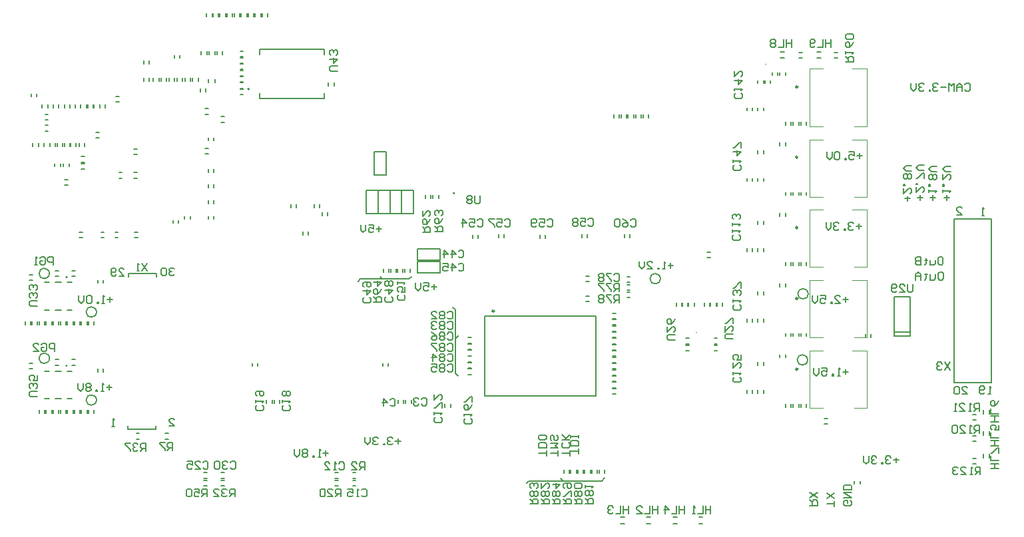
<source format=gbo>
G04*
G04 #@! TF.GenerationSoftware,Altium Limited,Altium Designer,20.2.6 (244)*
G04*
G04 Layer_Color=32896*
%FSLAX23Y23*%
%MOIN*%
G70*
G04*
G04 #@! TF.SameCoordinates,520E5D0B-E6D2-46CB-9709-C91B8BCBD3B5*
G04*
G04*
G04 #@! TF.FilePolarity,Positive*
G04*
G01*
G75*
%ADD10C,0.008*%
%ADD11C,0.010*%
%ADD13C,0.003*%
%ADD14C,0.006*%
%ADD15C,0.006*%
%ADD124C,0.004*%
D10*
X288Y1300D02*
G03*
X288Y1300I-3J0D01*
G01*
X288Y856D02*
G03*
X288Y856I-3J0D01*
G01*
X2226Y1720D02*
G03*
X2226Y1719I-2J2D01*
G01*
X3258Y1293D02*
G03*
X3258Y1293I-26J0D01*
G01*
X3995Y886D02*
G03*
X3995Y886I-26J0D01*
G01*
X3998Y1217D02*
G03*
X3998Y1217I-26J0D01*
G01*
X199Y1319D02*
G03*
X199Y1319I-26J0D01*
G01*
Y894D02*
G03*
X199Y894I-26J0D01*
G01*
X435Y685D02*
G03*
X435Y685I-26J0D01*
G01*
Y1126D02*
G03*
X435Y1126I-26J0D01*
G01*
X1825Y1928D02*
X1884D01*
X1825Y1813D02*
Y1928D01*
Y1813D02*
X1884D01*
Y1928D01*
X4041Y2429D02*
X4061Y2429D01*
X4041Y2398D02*
X4061Y2398D01*
X4874Y416D02*
X4874Y396D01*
X4905Y416D02*
X4905Y396D01*
X4874Y530D02*
X4874Y510D01*
X4905Y530D02*
X4905Y510D01*
X4874Y636D02*
X4874Y617D01*
X4905Y636D02*
X4905Y617D01*
X289Y1136D02*
X313D01*
X175D02*
X199D01*
X289Y1274D02*
X313D01*
X175D02*
X199D01*
X230Y1136D02*
X258D01*
X230Y1274D02*
X258D01*
X230Y829D02*
X258D01*
X230Y691D02*
X258D01*
X175Y829D02*
X199D01*
X289D02*
X313D01*
X175Y691D02*
X199D01*
X289D02*
X313D01*
X2156Y1321D02*
Y1380D01*
X2041D02*
X2156D01*
X2041Y1321D02*
Y1380D01*
Y1321D02*
X2156D01*
X2041Y1384D02*
X2156D01*
X2041D02*
Y1443D01*
X2156D01*
Y1384D02*
Y1443D01*
X3451Y98D02*
X3470Y98D01*
X3451Y67D02*
X3470Y67D01*
X3321Y67D02*
X3341Y67D01*
X3321Y98D02*
X3341Y98D01*
X3187Y67D02*
X3207Y67D01*
X3187Y98D02*
X3207Y98D01*
X3057Y98D02*
X3077Y98D01*
X3057Y67D02*
X3077Y67D01*
X4429Y1201D02*
X4508D01*
X4429Y1004D02*
X4508D01*
Y1201D01*
X4429Y1004D02*
Y1201D01*
Y1026D02*
X4508D01*
X1028Y2293D02*
X1028Y2274D01*
X996Y2293D02*
X996Y2274D01*
X4916Y772D02*
Y1591D01*
X4728D02*
X4916D01*
X4728Y772D02*
X4916D01*
X4728D02*
Y1591D01*
X1785Y1735D02*
X1844D01*
X1785Y1620D02*
Y1735D01*
Y1620D02*
X1844D01*
Y1735D01*
X1904Y1620D02*
Y1735D01*
X1844Y1620D02*
X1904D01*
X1844D02*
Y1735D01*
X1904D01*
X1904Y1735D02*
X1963D01*
X1904Y1620D02*
Y1735D01*
Y1620D02*
X1963D01*
Y1735D01*
X1963Y1735D02*
X2022D01*
X1963Y1620D02*
Y1735D01*
Y1620D02*
X2022D01*
Y1735D01*
X594Y1302D02*
Y1318D01*
X736D01*
Y1302D02*
Y1318D01*
X591Y539D02*
Y554D01*
X732Y539D02*
Y554D01*
X591Y539D02*
X732D01*
X3860Y2398D02*
X3880Y2398D01*
X3860Y2429D02*
X3880Y2429D01*
X2380Y1104D02*
X2935D01*
Y707D02*
Y1104D01*
X2380Y707D02*
X2935D01*
X2380D02*
Y1104D01*
D11*
X3946Y1549D02*
G03*
X3946Y1549I-5J0D01*
G01*
X3946Y2254D02*
G03*
X3946Y2254I-5J0D01*
G01*
X3946Y840D02*
G03*
X3946Y840I-5J0D01*
G01*
X3946Y1902D02*
G03*
X3946Y1902I-5J0D01*
G01*
X3946Y1194D02*
G03*
X3946Y1194I-5J0D01*
G01*
X2426Y1131D02*
G03*
X2426Y1131I-5J0D01*
G01*
D13*
X3440Y1024D02*
G03*
X3437Y1024I-2J0D01*
G01*
X3437Y1024D02*
G03*
X3440Y1024I2J0D01*
G01*
X3579Y1024D02*
G03*
X3582Y1024I2J0D01*
G01*
X3582Y1024D02*
G03*
X3579Y1024I-2J0D01*
G01*
D14*
X3136Y2098D02*
Y2114D01*
X3163Y2098D02*
Y2114D01*
X1018Y2606D02*
Y2622D01*
X1045Y2606D02*
Y2622D01*
X2886Y1179D02*
X2902D01*
X2886Y1207D02*
X2902D01*
X4230Y264D02*
Y280D01*
X4258Y264D02*
Y280D01*
X3492Y1400D02*
X3508D01*
X3492Y1427D02*
X3508D01*
X1152Y2606D02*
Y2622D01*
X1124Y2606D02*
Y2622D01*
X1116Y2606D02*
Y2622D01*
X1089Y2606D02*
Y2622D01*
X1222Y2606D02*
Y2622D01*
X1195Y2606D02*
Y2622D01*
X3089Y2098D02*
Y2114D01*
X3061Y2098D02*
Y2114D01*
X1293Y2606D02*
Y2622D01*
X1266Y2606D02*
Y2622D01*
X2886Y1305D02*
X2902D01*
X2886Y1278D02*
X2902D01*
X3171Y2098D02*
Y2114D01*
X3199Y2098D02*
Y2114D01*
X3026Y2098D02*
Y2114D01*
X3053Y2098D02*
Y2114D01*
X4285Y1000D02*
Y1016D01*
X4313Y1000D02*
Y1016D01*
X3096Y2098D02*
Y2114D01*
X3124Y2098D02*
Y2114D01*
X1014Y2606D02*
Y2622D01*
X986Y2606D02*
Y2622D01*
X1053Y2606D02*
Y2622D01*
X1081Y2606D02*
Y2622D01*
X1230Y2606D02*
Y2622D01*
X1258Y2606D02*
Y2622D01*
X1159Y2606D02*
Y2622D01*
X1187Y2606D02*
Y2622D01*
X547Y1825D02*
X563D01*
X547Y1797D02*
X563D01*
X1022Y1827D02*
Y1843D01*
X994Y1827D02*
Y1843D01*
X1022Y1591D02*
Y1606D01*
X994Y1591D02*
Y1606D01*
Y1669D02*
Y1685D01*
X1022Y1669D02*
Y1685D01*
X994Y1984D02*
Y2000D01*
X1022Y1984D02*
Y2000D01*
Y1748D02*
Y1764D01*
X994Y1748D02*
Y1764D01*
X980Y2116D02*
X996D01*
X980Y2144D02*
X996D01*
X622Y1797D02*
X638D01*
X622Y1825D02*
X638D01*
X528Y1498D02*
X543D01*
X528Y1526D02*
X543D01*
X622Y1915D02*
X638D01*
X622Y1943D02*
X638D01*
X276Y1789D02*
X291D01*
X276Y1762D02*
X291D01*
X1526Y1650D02*
Y1665D01*
X1553Y1650D02*
Y1665D01*
X1435Y1650D02*
Y1665D01*
X1407Y1650D02*
Y1665D01*
X1565Y1610D02*
Y1626D01*
X1593Y1610D02*
Y1626D01*
X1494Y1512D02*
Y1528D01*
X1467Y1512D02*
Y1528D01*
X817Y1571D02*
Y1587D01*
X844Y1571D02*
Y1587D01*
X531Y2207D02*
X547D01*
X531Y2179D02*
X547D01*
X626Y1526D02*
X642D01*
X626Y1498D02*
X642D01*
X1059Y2077D02*
X1075D01*
X1059Y2104D02*
X1075D01*
X457Y1526D02*
X472D01*
X457Y1498D02*
X472D01*
X980Y1919D02*
X996D01*
X980Y1947D02*
X996D01*
X1896Y854D02*
Y870D01*
X1868Y854D02*
Y870D01*
X1215Y854D02*
Y870D01*
X1242Y854D02*
Y870D01*
X4079Y593D02*
X4094D01*
X4079Y565D02*
X4094D01*
X4130Y2400D02*
X4146D01*
X4130Y2427D02*
X4146D01*
X4822Y365D02*
X4838D01*
X4822Y392D02*
X4838D01*
X4822Y479D02*
X4838D01*
X4822Y506D02*
X4838D01*
X4823Y612D02*
X4839D01*
X4823Y585D02*
X4839D01*
X634Y518D02*
X650D01*
X634Y490D02*
X650D01*
X780Y518D02*
X795D01*
X780Y490D02*
X795D01*
X1745Y1279D02*
X1756Y1291D01*
X1854Y1303D02*
X1866Y1291D01*
X2000Y1291D02*
X2011Y1303D01*
X1756Y1291D02*
X2000D01*
X1970Y1327D02*
Y1343D01*
X1943Y1327D02*
Y1343D01*
X1935Y1327D02*
Y1343D01*
X1907Y1327D02*
Y1343D01*
X2317Y1496D02*
Y1512D01*
X2344Y1496D02*
Y1512D01*
X2447Y1500D02*
Y1516D01*
X2474Y1500D02*
Y1516D01*
X2683Y1496D02*
Y1512D01*
X2656Y1496D02*
Y1512D01*
X2220Y1150D02*
X2232Y1138D01*
Y1130D02*
Y1138D01*
X2232Y992D02*
X2248Y1008D01*
X2232Y819D02*
Y1130D01*
Y819D02*
X2244Y807D01*
X2295Y813D02*
X2311D01*
X2295Y841D02*
X2311D01*
X2295Y872D02*
X2311D01*
X2295Y844D02*
X2311D01*
X2295Y939D02*
X2311D01*
X2295Y967D02*
X2311D01*
X2295Y970D02*
X2311D01*
X2295Y998D02*
X2311D01*
X2295Y935D02*
X2311D01*
X2295Y907D02*
X2311D01*
X2760Y291D02*
X2772Y280D01*
X2587Y268D02*
X2598Y280D01*
X2965D01*
X2980Y295D01*
X2801Y319D02*
Y335D01*
X2774Y319D02*
Y335D01*
X2809Y319D02*
Y335D01*
X2837Y319D02*
Y335D01*
X2844Y319D02*
Y335D01*
X2872Y319D02*
Y335D01*
X2907Y319D02*
Y335D01*
X2880Y319D02*
Y335D01*
X2915Y319D02*
Y335D01*
X2943Y319D02*
Y335D01*
X2978Y319D02*
Y335D01*
X2951Y319D02*
Y335D01*
X2295Y876D02*
X2311D01*
X2295Y904D02*
X2311D01*
X350Y1526D02*
X366D01*
X350Y1498D02*
X366D01*
X3091Y1226D02*
X3106D01*
X3091Y1199D02*
X3106D01*
X2207Y650D02*
Y665D01*
X2179Y650D02*
Y665D01*
X1983Y669D02*
Y685D01*
X2011Y669D02*
Y685D01*
X1971Y669D02*
Y685D01*
X1944Y669D02*
Y685D01*
X1717Y254D02*
X1732D01*
X1717Y281D02*
X1732D01*
X1630Y293D02*
X1646D01*
X1630Y321D02*
X1646D01*
X1717Y321D02*
X1732D01*
X1717Y293D02*
X1732D01*
X1314Y669D02*
Y685D01*
X1286Y669D02*
Y685D01*
X1326Y669D02*
Y685D01*
X1353Y669D02*
Y685D01*
X1059Y254D02*
X1075D01*
X1059Y281D02*
X1075D01*
X1059Y293D02*
X1075D01*
X1059Y321D02*
X1075D01*
X972D02*
X988D01*
X972Y293D02*
X988D01*
X3091Y1301D02*
X3106D01*
X3091Y1274D02*
X3106D01*
X3091Y1234D02*
X3106D01*
X3091Y1262D02*
X3106D01*
X1154Y2215D02*
X1169D01*
X1154Y2242D02*
X1169D01*
X1154Y2274D02*
X1169D01*
X1154Y2246D02*
X1169D01*
X3719Y1781D02*
Y1797D01*
X3691Y1781D02*
Y1797D01*
X108Y2205D02*
Y2220D01*
X136Y2205D02*
Y2220D01*
X270Y1854D02*
Y1870D01*
X297Y1854D02*
Y1870D01*
X254Y1854D02*
Y1870D01*
X226Y1854D02*
Y1870D01*
X358Y1868D02*
X374D01*
X358Y1841D02*
X374D01*
X116Y1957D02*
Y1972D01*
X144Y1957D02*
Y1972D01*
Y1957D02*
Y1972D01*
X171Y1957D02*
Y1972D01*
X376Y1957D02*
Y1972D01*
X348Y1957D02*
Y1972D01*
X266Y1957D02*
Y1972D01*
X238Y1957D02*
Y1972D01*
X301Y1957D02*
Y1972D01*
X274Y1957D02*
Y1972D01*
X333Y1957D02*
Y1972D01*
X305Y1957D02*
Y1972D01*
X203Y1957D02*
Y1972D01*
X230Y1957D02*
Y1972D01*
X671Y2370D02*
Y2386D01*
X699Y2370D02*
Y2386D01*
X423Y2150D02*
Y2165D01*
X451Y2150D02*
Y2165D01*
X191Y2150D02*
Y2165D01*
X219Y2150D02*
Y2165D01*
X478Y2150D02*
Y2165D01*
X451Y2150D02*
Y2165D01*
X433Y1998D02*
X449D01*
X433Y2026D02*
X449D01*
X419Y2150D02*
Y2165D01*
X392Y2150D02*
Y2165D01*
X177Y2033D02*
X193D01*
X177Y2061D02*
X193D01*
X177Y2089D02*
X193D01*
X177Y2061D02*
X193D01*
X177Y2116D02*
X193D01*
X177Y2089D02*
X193D01*
X219Y2150D02*
Y2165D01*
X246Y2150D02*
Y2165D01*
X191Y2150D02*
Y2165D01*
X163Y2150D02*
Y2165D01*
X246Y2150D02*
Y2165D01*
X274Y2150D02*
Y2165D01*
X301Y2150D02*
Y2165D01*
X274Y2150D02*
Y2165D01*
X329Y2150D02*
Y2165D01*
X301Y2150D02*
Y2165D01*
X329Y2150D02*
Y2165D01*
X356Y2150D02*
Y2165D01*
X384Y2150D02*
Y2165D01*
X356Y2150D02*
Y2165D01*
X3506Y1157D02*
Y1173D01*
X3478Y1157D02*
Y1173D01*
X2148Y1697D02*
Y1713D01*
X2120Y1697D02*
Y1713D01*
X2081Y1697D02*
Y1713D01*
X2108Y1697D02*
Y1713D01*
X2006Y1327D02*
Y1343D01*
X1978Y1327D02*
Y1343D01*
X1872Y1327D02*
Y1343D01*
X1900Y1327D02*
Y1343D01*
X1596Y2260D02*
Y2276D01*
X1624Y2260D02*
Y2276D01*
X1154Y2400D02*
X1169D01*
X1154Y2372D02*
X1169D01*
X1154Y2404D02*
X1169D01*
X1154Y2431D02*
X1169D01*
X1154Y2341D02*
X1169D01*
X1154Y2368D02*
X1169D01*
X916Y2283D02*
Y2299D01*
X944Y2283D02*
Y2299D01*
X747Y2283D02*
Y2299D01*
X719Y2283D02*
Y2299D01*
X1027Y2417D02*
Y2433D01*
X999Y2417D02*
Y2433D01*
X865Y2283D02*
Y2299D01*
X838Y2283D02*
Y2299D01*
X759Y2283D02*
Y2299D01*
X786Y2283D02*
Y2299D01*
X1037Y2417D02*
Y2433D01*
X1065Y2417D02*
Y2433D01*
X987Y2417D02*
Y2433D01*
X960Y2417D02*
Y2433D01*
X826Y2398D02*
Y2413D01*
X853Y2398D02*
Y2413D01*
X798Y2283D02*
Y2299D01*
X826Y2283D02*
Y2299D01*
X905Y2283D02*
Y2299D01*
X877Y2283D02*
Y2299D01*
X360Y618D02*
Y634D01*
X388Y618D02*
Y634D01*
X388Y1063D02*
Y1079D01*
X360Y1063D02*
Y1079D01*
X3774Y1919D02*
Y1935D01*
X3746Y1919D02*
Y1935D01*
X3746Y1213D02*
Y1228D01*
X3774Y1213D02*
Y1228D01*
X3774Y858D02*
Y874D01*
X3746Y858D02*
Y874D01*
X3746Y1567D02*
Y1583D01*
X3774Y1567D02*
Y1583D01*
X3746Y1075D02*
Y1091D01*
X3774Y1075D02*
Y1091D01*
X3856Y1606D02*
Y1622D01*
X3884Y1606D02*
Y1622D01*
X3746Y1429D02*
Y1445D01*
X3774Y1429D02*
Y1445D01*
X3856Y1959D02*
Y1974D01*
X3884Y1959D02*
Y1974D01*
X3774Y2272D02*
Y2287D01*
X3746Y2272D02*
Y2287D01*
X3856Y1252D02*
Y1268D01*
X3884Y1252D02*
Y1268D01*
X470Y827D02*
Y843D01*
X443Y827D02*
Y843D01*
X254Y618D02*
Y634D01*
X281Y618D02*
Y634D01*
X211Y618D02*
Y634D01*
X183Y618D02*
Y634D01*
X148Y618D02*
Y634D01*
X175Y618D02*
Y634D01*
X98Y868D02*
X114D01*
X98Y841D02*
X114D01*
X443Y1272D02*
Y1287D01*
X470Y1272D02*
Y1287D01*
X281Y1063D02*
Y1079D01*
X254Y1063D02*
Y1079D01*
X183Y1063D02*
Y1079D01*
X211Y1063D02*
Y1079D01*
X175Y1063D02*
Y1079D01*
X148Y1063D02*
Y1079D01*
X98Y1285D02*
X114D01*
X98Y1313D02*
X114D01*
X699Y2283D02*
Y2299D01*
X671Y2283D02*
Y2299D01*
X3020Y774D02*
X3035D01*
X3020Y746D02*
X3035D01*
X3020Y841D02*
X3035D01*
X3020Y868D02*
X3035D01*
X3020Y963D02*
X3035D01*
X3020Y935D02*
X3035D01*
X3020Y1030D02*
X3035D01*
X3020Y1057D02*
X3035D01*
X3774Y1781D02*
Y1797D01*
X3746Y1781D02*
Y1797D01*
X3884Y2311D02*
Y2327D01*
X3856Y2311D02*
Y2327D01*
X3774Y2134D02*
Y2150D01*
X3746Y2134D02*
Y2150D01*
X3884Y898D02*
Y913D01*
X3856Y898D02*
Y913D01*
X3774Y720D02*
Y736D01*
X3746Y720D02*
Y736D01*
X3077Y1500D02*
Y1516D01*
X3104Y1500D02*
Y1516D01*
X2864Y1500D02*
Y1516D01*
X2892Y1500D02*
Y1516D01*
X3719Y2134D02*
Y2150D01*
X3691Y2134D02*
Y2150D01*
X3691Y1075D02*
Y1091D01*
X3719Y1075D02*
Y1091D01*
X3719Y720D02*
Y736D01*
X3691Y720D02*
Y736D01*
X3691Y1429D02*
Y1445D01*
X3719Y1429D02*
Y1445D01*
X3911Y1711D02*
Y1726D01*
X3884Y1711D02*
Y1726D01*
X423Y618D02*
Y634D01*
X396Y618D02*
Y634D01*
X396Y1063D02*
Y1079D01*
X423Y1063D02*
Y1079D01*
X3951Y2063D02*
Y2079D01*
X3923Y2063D02*
Y2079D01*
X3781Y2272D02*
Y2287D01*
X3809Y2272D02*
Y2287D01*
X3951Y650D02*
Y665D01*
X3923Y650D02*
Y665D01*
X3911Y1358D02*
Y1374D01*
X3884Y1358D02*
Y1374D01*
X3963Y1358D02*
Y1374D01*
X3990Y1358D02*
Y1374D01*
X3923Y1358D02*
Y1374D01*
X3951Y1358D02*
Y1374D01*
X972Y281D02*
X988D01*
X972Y254D02*
X988D01*
X1154Y2309D02*
X1169D01*
X1154Y2337D02*
X1169D01*
X1154Y2278D02*
X1169D01*
X1154Y2305D02*
X1169D01*
X3990Y1711D02*
Y1726D01*
X3963Y1711D02*
Y1726D01*
X3951Y1711D02*
Y1726D01*
X3923Y1711D02*
Y1726D01*
X3911Y2063D02*
Y2079D01*
X3884Y2063D02*
Y2079D01*
X3953Y2427D02*
X3969D01*
X3953Y2400D02*
X3969D01*
X317Y618D02*
Y634D01*
X289Y618D02*
Y634D01*
X311Y860D02*
X327D01*
X311Y888D02*
X327D01*
X219Y618D02*
Y634D01*
X246Y618D02*
Y634D01*
X352Y618D02*
Y634D01*
X325Y618D02*
Y634D01*
X228Y860D02*
X244D01*
X228Y888D02*
X244D01*
X289Y1063D02*
Y1079D01*
X317Y1063D02*
Y1079D01*
X311Y1333D02*
X327D01*
X311Y1305D02*
X327D01*
X140Y1063D02*
Y1079D01*
X112Y1063D02*
Y1079D01*
X219Y1063D02*
Y1079D01*
X246Y1063D02*
Y1079D01*
X352Y1063D02*
Y1079D01*
X325Y1063D02*
Y1079D01*
X228Y1305D02*
X244D01*
X228Y1333D02*
X244D01*
X904Y1591D02*
Y1606D01*
X876Y1591D02*
Y1606D01*
X3020Y1093D02*
X3035D01*
X3020Y1120D02*
X3035D01*
X3020Y742D02*
X3035D01*
X3020Y715D02*
X3035D01*
X3020Y778D02*
X3035D01*
X3020Y805D02*
X3035D01*
X3020Y837D02*
X3035D01*
X3020Y809D02*
X3035D01*
X3020Y872D02*
X3035D01*
X3020Y900D02*
X3035D01*
X3020Y931D02*
X3035D01*
X3020Y904D02*
X3035D01*
X3020Y967D02*
X3035D01*
X3020Y994D02*
X3035D01*
X3020Y1026D02*
X3035D01*
X3020Y998D02*
X3035D01*
X3020Y1061D02*
X3035D01*
X3020Y1089D02*
X3035D01*
X3817Y2311D02*
Y2327D01*
X3844Y2311D02*
Y2327D01*
X3963Y2063D02*
Y2079D01*
X3990Y2063D02*
Y2079D01*
X3911Y1004D02*
Y1020D01*
X3884Y1004D02*
Y1020D01*
X3963Y1004D02*
Y1020D01*
X3990Y1004D02*
Y1020D01*
X3923Y1004D02*
Y1020D01*
X3951Y1004D02*
Y1020D01*
X3884Y650D02*
Y665D01*
X3911Y650D02*
Y665D01*
X3990Y650D02*
Y665D01*
X3963Y650D02*
Y665D01*
X104Y1063D02*
Y1079D01*
X77Y1063D02*
Y1079D01*
X358Y1904D02*
X374D01*
X358Y1876D02*
X374D01*
X982Y2228D02*
Y2244D01*
X955Y2228D02*
Y2244D01*
X3537Y1157D02*
Y1173D01*
X3510Y1157D02*
Y1173D01*
X3541Y1157D02*
Y1173D01*
X3569Y1157D02*
Y1173D01*
X3528Y931D02*
X3543D01*
X3528Y959D02*
X3543D01*
X3528Y994D02*
X3543D01*
X3528Y967D02*
X3543D01*
X3364Y1157D02*
Y1173D01*
X3337Y1157D02*
Y1173D01*
X3368Y1157D02*
Y1173D01*
X3396Y1157D02*
Y1173D01*
X3427Y1157D02*
Y1173D01*
X3400Y1157D02*
Y1173D01*
X3386Y959D02*
X3402D01*
X3386Y931D02*
X3402D01*
X3386Y967D02*
X3402D01*
X3386Y994D02*
X3402D01*
X1630Y281D02*
X1646D01*
X1630Y254D02*
X1646D01*
X2848Y416D02*
Y443D01*
Y429D01*
X2809D01*
X2848Y456D02*
X2809D01*
Y475D01*
X2816Y482D01*
X2842D01*
X2848Y475D01*
Y456D01*
Y495D02*
Y508D01*
Y502D01*
X2809D01*
Y495D01*
Y508D01*
X2687Y406D02*
Y432D01*
Y419D01*
X2648D01*
X2687Y445D02*
X2648D01*
Y465D01*
X2654Y471D01*
X2680D01*
X2687Y465D01*
Y445D01*
Y504D02*
Y491D01*
X2680Y484D01*
X2654D01*
X2648Y491D01*
Y504D01*
X2654Y510D01*
X2680D01*
X2687Y504D01*
X2746Y405D02*
Y431D01*
Y418D01*
X2707D01*
Y444D02*
X2746D01*
X2733Y457D01*
X2746Y470D01*
X2707D01*
X2739Y509D02*
X2746Y503D01*
Y490D01*
X2739Y483D01*
X2733D01*
X2726Y490D01*
Y503D01*
X2720Y509D01*
X2713D01*
X2707Y503D01*
Y490D01*
X2713Y483D01*
X2805Y406D02*
Y433D01*
Y420D01*
X2766D01*
X2799Y472D02*
X2805Y466D01*
Y452D01*
X2799Y446D01*
X2772D01*
X2766Y452D01*
Y466D01*
X2772Y472D01*
X2805Y485D02*
X2766D01*
X2779D01*
X2805Y511D01*
X2785Y492D01*
X2766Y511D01*
X4622Y1685D02*
Y1711D01*
X4635Y1698D02*
X4609D01*
X4602Y1724D02*
Y1738D01*
Y1731D01*
X4642D01*
X4635Y1724D01*
X4602Y1757D02*
X4609D01*
Y1764D01*
X4602D01*
Y1757D01*
X4635Y1790D02*
X4642Y1797D01*
Y1810D01*
X4635Y1816D01*
X4629D01*
X4622Y1810D01*
X4615Y1816D01*
X4609D01*
X4602Y1810D01*
Y1797D01*
X4609Y1790D01*
X4615D01*
X4622Y1797D01*
X4629Y1790D01*
X4635D01*
X4622Y1797D02*
Y1810D01*
X4642Y1829D02*
X4615D01*
X4602Y1842D01*
X4615Y1856D01*
X4642D01*
X4130Y153D02*
Y179D01*
Y166D01*
X4091D01*
X4130Y192D02*
X4091Y218D01*
X4130D02*
X4091Y192D01*
X3323Y1360D02*
X3297D01*
X3310Y1373D02*
Y1347D01*
X3283Y1341D02*
X3270D01*
X3277D01*
Y1380D01*
X3283Y1373D01*
X3251Y1341D02*
Y1347D01*
X3244D01*
Y1341D01*
X3251D01*
X3192D02*
X3218D01*
X3192Y1367D01*
Y1373D01*
X3198Y1380D01*
X3211D01*
X3218Y1373D01*
X3179Y1380D02*
Y1354D01*
X3165Y1341D01*
X3152Y1354D01*
Y1380D01*
X4264Y1555D02*
X4238D01*
X4251Y1568D02*
Y1542D01*
X4224Y1568D02*
X4218Y1575D01*
X4205D01*
X4198Y1568D01*
Y1562D01*
X4205Y1555D01*
X4211D01*
X4205D01*
X4198Y1549D01*
Y1542D01*
X4205Y1535D01*
X4218D01*
X4224Y1542D01*
X4185Y1535D02*
Y1542D01*
X4179D01*
Y1535D01*
X4185D01*
X4152Y1568D02*
X4146Y1575D01*
X4133D01*
X4126Y1568D01*
Y1562D01*
X4133Y1555D01*
X4139D01*
X4133D01*
X4126Y1549D01*
Y1542D01*
X4133Y1535D01*
X4146D01*
X4152Y1542D01*
X4113Y1575D02*
Y1549D01*
X4100Y1535D01*
X4087Y1549D01*
Y1575D01*
X4268Y1909D02*
X4241D01*
X4255Y1923D02*
Y1896D01*
X4202Y1929D02*
X4228D01*
Y1909D01*
X4215Y1916D01*
X4209D01*
X4202Y1909D01*
Y1896D01*
X4209Y1890D01*
X4222D01*
X4228Y1896D01*
X4189Y1890D02*
Y1896D01*
X4182D01*
Y1890D01*
X4189D01*
X4156Y1923D02*
X4150Y1929D01*
X4137D01*
X4130Y1923D01*
Y1896D01*
X4137Y1890D01*
X4150D01*
X4156Y1896D01*
Y1923D01*
X4117Y1929D02*
Y1903D01*
X4104Y1890D01*
X4091Y1903D01*
Y1929D01*
X4559Y1685D02*
Y1711D01*
X4572Y1698D02*
X4546D01*
X4539Y1751D02*
Y1724D01*
X4566Y1751D01*
X4572D01*
X4579Y1744D01*
Y1731D01*
X4572Y1724D01*
X4539Y1764D02*
X4546D01*
Y1770D01*
X4539D01*
Y1764D01*
X4579Y1797D02*
Y1823D01*
X4572D01*
X4546Y1797D01*
X4539D01*
X4579Y1836D02*
X4552D01*
X4539Y1849D01*
X4552Y1862D01*
X4579D01*
X4496Y1681D02*
Y1707D01*
X4509Y1694D02*
X4483D01*
X4476Y1747D02*
Y1720D01*
X4503Y1747D01*
X4509D01*
X4516Y1740D01*
Y1727D01*
X4509Y1720D01*
X4476Y1760D02*
X4483D01*
Y1766D01*
X4476D01*
Y1760D01*
X4509Y1793D02*
X4516Y1799D01*
Y1812D01*
X4509Y1819D01*
X4503D01*
X4496Y1812D01*
X4489Y1819D01*
X4483D01*
X4476Y1812D01*
Y1799D01*
X4483Y1793D01*
X4489D01*
X4496Y1799D01*
X4503Y1793D01*
X4509D01*
X4496Y1799D02*
Y1812D01*
X4516Y1832D02*
X4489D01*
X4476Y1845D01*
X4489Y1858D01*
X4516D01*
X4781Y2265D02*
X4787Y2272D01*
X4801D01*
X4807Y2265D01*
Y2239D01*
X4801Y2232D01*
X4787D01*
X4781Y2239D01*
X4768Y2232D02*
Y2259D01*
X4755Y2272D01*
X4741Y2259D01*
Y2232D01*
Y2252D01*
X4768D01*
X4728Y2232D02*
Y2272D01*
X4715Y2259D01*
X4702Y2272D01*
Y2232D01*
X4689Y2252D02*
X4663D01*
X4650Y2265D02*
X4643Y2272D01*
X4630D01*
X4623Y2265D01*
Y2259D01*
X4630Y2252D01*
X4637D01*
X4630D01*
X4623Y2245D01*
Y2239D01*
X4630Y2232D01*
X4643D01*
X4650Y2239D01*
X4610Y2232D02*
Y2239D01*
X4604D01*
Y2232D01*
X4610D01*
X4578Y2265D02*
X4571Y2272D01*
X4558D01*
X4551Y2265D01*
Y2259D01*
X4558Y2252D01*
X4564D01*
X4558D01*
X4551Y2245D01*
Y2239D01*
X4558Y2232D01*
X4571D01*
X4578Y2239D01*
X4538Y2272D02*
Y2245D01*
X4525Y2232D01*
X4512Y2245D01*
Y2272D01*
X4197Y827D02*
X4171D01*
X4184Y840D02*
Y814D01*
X4157Y807D02*
X4144D01*
X4151D01*
Y846D01*
X4157Y840D01*
X4125Y807D02*
Y814D01*
X4118D01*
Y807D01*
X4125D01*
X4066Y846D02*
X4092D01*
Y827D01*
X4079Y833D01*
X4072D01*
X4066Y827D01*
Y814D01*
X4072Y807D01*
X4085D01*
X4092Y814D01*
X4053Y846D02*
Y820D01*
X4039Y807D01*
X4026Y820D01*
Y846D01*
X1862Y1543D02*
X1836D01*
X1849Y1556D02*
Y1530D01*
X1797Y1563D02*
X1823D01*
Y1543D01*
X1810Y1550D01*
X1803D01*
X1797Y1543D01*
Y1530D01*
X1803Y1524D01*
X1816D01*
X1823Y1530D01*
X1783Y1563D02*
Y1537D01*
X1770Y1524D01*
X1757Y1537D01*
Y1563D01*
X4654Y1401D02*
X4667D01*
X4673Y1394D01*
Y1368D01*
X4667Y1361D01*
X4654D01*
X4647Y1368D01*
Y1394D01*
X4654Y1401D01*
X4634Y1387D02*
Y1368D01*
X4627Y1361D01*
X4608D01*
Y1387D01*
X4588Y1394D02*
Y1387D01*
X4595D01*
X4581D01*
X4588D01*
Y1368D01*
X4581Y1361D01*
X4562Y1401D02*
Y1361D01*
X4542D01*
X4535Y1368D01*
Y1374D01*
X4542Y1381D01*
X4562D01*
X4542D01*
X4535Y1387D01*
Y1394D01*
X4542Y1401D01*
X4562D01*
X4913Y715D02*
X4900D01*
X4907D01*
Y754D01*
X4913Y747D01*
X4881Y721D02*
X4874Y715D01*
X4861D01*
X4854Y721D01*
Y747D01*
X4861Y754D01*
X4874D01*
X4881Y747D01*
Y741D01*
X4874Y734D01*
X4854D01*
X4880Y1608D02*
X4867D01*
X4873D01*
Y1648D01*
X4880Y1641D01*
X4768Y714D02*
X4794D01*
X4768Y740D01*
Y746D01*
X4775Y753D01*
X4788D01*
X4794Y746D01*
X4755D02*
X4748Y753D01*
X4735D01*
X4729Y746D01*
Y720D01*
X4735Y714D01*
X4748D01*
X4755Y720D01*
Y746D01*
X4743Y1611D02*
X4770D01*
X4743Y1637D01*
Y1644D01*
X4750Y1651D01*
X4763D01*
X4770Y1644D01*
X4709Y874D02*
X4682Y835D01*
Y874D02*
X4709Y835D01*
X4669Y867D02*
X4663Y874D01*
X4650D01*
X4643Y867D01*
Y861D01*
X4650Y854D01*
X4656D01*
X4650D01*
X4643Y848D01*
Y841D01*
X4650Y835D01*
X4663D01*
X4669Y841D01*
X2138Y1252D02*
X2112D01*
X2125Y1265D02*
Y1239D01*
X2072Y1272D02*
X2098D01*
Y1252D01*
X2085Y1259D01*
X2079D01*
X2072Y1252D01*
Y1239D01*
X2079Y1232D01*
X2092D01*
X2098Y1239D01*
X2059Y1272D02*
Y1245D01*
X2046Y1232D01*
X2033Y1245D01*
Y1272D01*
X4197Y1189D02*
X4171D01*
X4184Y1202D02*
Y1176D01*
X4131Y1169D02*
X4157D01*
X4131Y1196D01*
Y1202D01*
X4138Y1209D01*
X4151D01*
X4157Y1202D01*
X4118Y1169D02*
Y1176D01*
X4112D01*
Y1169D01*
X4118D01*
X4059Y1209D02*
X4085D01*
Y1189D01*
X4072Y1196D01*
X4066D01*
X4059Y1189D01*
Y1176D01*
X4066Y1169D01*
X4079D01*
X4085Y1176D01*
X4046Y1209D02*
Y1182D01*
X4033Y1169D01*
X4020Y1182D01*
Y1209D01*
X217Y1362D02*
Y1402D01*
X197D01*
X190Y1395D01*
Y1382D01*
X197Y1375D01*
X217D01*
X151Y1395D02*
X157Y1402D01*
X171D01*
X177Y1395D01*
Y1369D01*
X171Y1362D01*
X157D01*
X151Y1369D01*
Y1382D01*
X164D01*
X138Y1362D02*
X125D01*
X131D01*
Y1402D01*
X138Y1395D01*
X224Y930D02*
Y969D01*
X205D01*
X198Y963D01*
Y950D01*
X205Y943D01*
X224D01*
X159Y963D02*
X165Y969D01*
X178D01*
X185Y963D01*
Y937D01*
X178Y930D01*
X165D01*
X159Y937D01*
Y950D01*
X172D01*
X119Y930D02*
X146D01*
X119Y956D01*
Y963D01*
X126Y969D01*
X139D01*
X146Y963D01*
X4655Y1327D02*
X4668D01*
X4674Y1320D01*
Y1294D01*
X4668Y1287D01*
X4655D01*
X4648Y1294D01*
Y1320D01*
X4655Y1327D01*
X4635Y1314D02*
Y1294D01*
X4628Y1287D01*
X4609D01*
Y1314D01*
X4589Y1320D02*
Y1314D01*
X4595D01*
X4582D01*
X4589D01*
Y1294D01*
X4582Y1287D01*
X4563D02*
Y1314D01*
X4550Y1327D01*
X4536Y1314D01*
Y1287D01*
Y1307D01*
X4563D01*
X4005Y157D02*
X4044D01*
Y177D01*
X4038Y184D01*
X4025D01*
X4018Y177D01*
Y157D01*
Y171D02*
X4005Y184D01*
X4044Y197D02*
X4005Y223D01*
X4044D02*
X4005Y197D01*
X4452Y384D02*
X4426D01*
X4439Y397D02*
Y371D01*
X4412Y397D02*
X4406Y404D01*
X4393D01*
X4386Y397D01*
Y390D01*
X4393Y384D01*
X4399D01*
X4393D01*
X4386Y377D01*
Y371D01*
X4393Y364D01*
X4406D01*
X4412Y371D01*
X4373Y364D02*
Y371D01*
X4366D01*
Y364D01*
X4373D01*
X4340Y397D02*
X4334Y404D01*
X4321D01*
X4314Y397D01*
Y390D01*
X4321Y384D01*
X4327D01*
X4321D01*
X4314Y377D01*
Y371D01*
X4321Y364D01*
X4334D01*
X4340Y371D01*
X4301Y404D02*
Y377D01*
X4288Y364D01*
X4275Y377D01*
Y404D01*
X512Y748D02*
X486D01*
X499Y761D02*
Y735D01*
X472Y728D02*
X459D01*
X466D01*
Y768D01*
X472Y761D01*
X440Y728D02*
Y735D01*
X433D01*
Y728D01*
X440D01*
X407Y761D02*
X400Y768D01*
X387D01*
X381Y761D01*
Y755D01*
X387Y748D01*
X381Y741D01*
Y735D01*
X387Y728D01*
X400D01*
X407Y735D01*
Y741D01*
X400Y748D01*
X407Y755D01*
Y761D01*
X400Y748D02*
X387D01*
X368Y768D02*
Y741D01*
X354Y728D01*
X341Y741D01*
Y768D01*
X4693Y1685D02*
Y1711D01*
X4706Y1698D02*
X4680D01*
X4673Y1724D02*
Y1738D01*
Y1731D01*
X4713D01*
X4706Y1724D01*
X4673Y1757D02*
X4680D01*
Y1764D01*
X4673D01*
Y1757D01*
Y1816D02*
Y1790D01*
X4699Y1816D01*
X4706D01*
X4713Y1810D01*
Y1797D01*
X4706Y1790D01*
X4713Y1829D02*
X4686D01*
X4673Y1842D01*
X4686Y1856D01*
X4713D01*
X516Y1189D02*
X490D01*
X503Y1202D02*
Y1176D01*
X476Y1169D02*
X463D01*
X470D01*
Y1209D01*
X476Y1202D01*
X444Y1169D02*
Y1176D01*
X437D01*
Y1169D01*
X444D01*
X411Y1202D02*
X404Y1209D01*
X391D01*
X385Y1202D01*
Y1176D01*
X391Y1169D01*
X404D01*
X411Y1176D01*
Y1202D01*
X371Y1209D02*
Y1182D01*
X358Y1169D01*
X345Y1182D01*
Y1209D01*
X4209Y182D02*
X4216Y175D01*
Y162D01*
X4209Y156D01*
X4183D01*
X4176Y162D01*
Y175D01*
X4183Y182D01*
X4196D01*
Y169D01*
X4176Y195D02*
X4216D01*
X4176Y221D01*
X4216D01*
Y234D02*
X4176D01*
Y254D01*
X4183Y260D01*
X4209D01*
X4216Y254D01*
Y234D01*
X1957Y480D02*
X1930D01*
X1944Y493D02*
Y467D01*
X1917Y493D02*
X1911Y500D01*
X1898D01*
X1891Y493D01*
Y487D01*
X1898Y480D01*
X1904D01*
X1898D01*
X1891Y474D01*
Y467D01*
X1898Y461D01*
X1911D01*
X1917Y467D01*
X1878Y461D02*
Y467D01*
X1871D01*
Y461D01*
X1878D01*
X1845Y493D02*
X1839Y500D01*
X1826D01*
X1819Y493D01*
Y487D01*
X1826Y480D01*
X1832D01*
X1826D01*
X1819Y474D01*
Y467D01*
X1826Y461D01*
X1839D01*
X1845Y467D01*
X1806Y500D02*
Y474D01*
X1793Y461D01*
X1780Y474D01*
Y500D01*
X1596Y418D02*
X1570D01*
X1583Y431D02*
Y405D01*
X1557Y399D02*
X1544D01*
X1551D01*
Y438D01*
X1557Y431D01*
X1524Y399D02*
Y405D01*
X1518D01*
Y399D01*
X1524D01*
X1492Y431D02*
X1485Y438D01*
X1472D01*
X1465Y431D01*
Y425D01*
X1472Y418D01*
X1465Y412D01*
Y405D01*
X1472Y399D01*
X1485D01*
X1492Y405D01*
Y412D01*
X1485Y418D01*
X1492Y425D01*
Y431D01*
X1485Y418D02*
X1472D01*
X1452Y438D02*
Y412D01*
X1439Y399D01*
X1426Y412D01*
Y438D01*
X689Y1370D02*
X663Y1331D01*
Y1370D02*
X689Y1331D01*
X650D02*
X637D01*
X643D01*
Y1370D01*
X650Y1364D01*
X526Y552D02*
X512D01*
X519D01*
Y592D01*
X526Y585D01*
X824Y1341D02*
X817Y1347D01*
X804D01*
X798Y1341D01*
Y1334D01*
X804Y1328D01*
X811D01*
X804D01*
X798Y1321D01*
Y1315D01*
X804Y1308D01*
X817D01*
X824Y1315D01*
X784Y1341D02*
X778Y1347D01*
X765D01*
X758Y1341D01*
Y1315D01*
X765Y1308D01*
X778D01*
X784Y1315D01*
Y1341D01*
X547Y1307D02*
X573D01*
X547Y1333D01*
Y1340D01*
X553Y1346D01*
X566D01*
X573Y1340D01*
X533Y1314D02*
X527Y1307D01*
X514D01*
X507Y1314D01*
Y1340D01*
X514Y1346D01*
X527D01*
X533Y1340D01*
Y1333D01*
X527Y1327D01*
X507D01*
X800Y554D02*
X826D01*
X800Y580D01*
Y587D01*
X806Y593D01*
X819D01*
X826Y587D01*
X2192Y962D02*
X2198Y968D01*
X2211D01*
X2218Y962D01*
Y936D01*
X2211Y929D01*
X2198D01*
X2192Y936D01*
X2178Y962D02*
X2172Y968D01*
X2159D01*
X2152Y962D01*
Y955D01*
X2159Y949D01*
X2152Y942D01*
Y936D01*
X2159Y929D01*
X2172D01*
X2178Y936D01*
Y942D01*
X2172Y949D01*
X2178Y955D01*
Y962D01*
X2172Y949D02*
X2159D01*
X2139Y968D02*
X2113D01*
Y962D01*
X2139Y936D01*
Y929D01*
X2192Y1017D02*
X2198Y1024D01*
X2211D01*
X2218Y1017D01*
Y991D01*
X2211Y984D01*
X2198D01*
X2192Y991D01*
X2178Y1017D02*
X2172Y1024D01*
X2159D01*
X2152Y1017D01*
Y1010D01*
X2159Y1004D01*
X2152Y997D01*
Y991D01*
X2159Y984D01*
X2172D01*
X2178Y991D01*
Y997D01*
X2172Y1004D01*
X2178Y1010D01*
Y1017D01*
X2172Y1004D02*
X2159D01*
X2113Y1024D02*
X2126Y1017D01*
X2139Y1004D01*
Y991D01*
X2133Y984D01*
X2119D01*
X2113Y991D01*
Y997D01*
X2119Y1004D01*
X2139D01*
X3052Y1173D02*
Y1213D01*
X3033D01*
X3026Y1206D01*
Y1193D01*
X3033Y1186D01*
X3052D01*
X3039D02*
X3026Y1173D01*
X3013Y1213D02*
X2987D01*
Y1206D01*
X3013Y1180D01*
Y1173D01*
X2974Y1206D02*
X2967Y1213D01*
X2954D01*
X2948Y1206D01*
Y1199D01*
X2954Y1193D01*
X2948Y1186D01*
Y1180D01*
X2954Y1173D01*
X2967D01*
X2974Y1180D01*
Y1186D01*
X2967Y1193D01*
X2974Y1199D01*
Y1206D01*
X2967Y1193D02*
X2954D01*
X3052Y1228D02*
Y1268D01*
X3033D01*
X3026Y1261D01*
Y1248D01*
X3033Y1241D01*
X3052D01*
X3039D02*
X3026Y1228D01*
X3013Y1268D02*
X2987D01*
Y1261D01*
X3013Y1235D01*
Y1228D01*
X2974Y1268D02*
X2948D01*
Y1261D01*
X2974Y1235D01*
Y1228D01*
X3026Y1312D02*
X3033Y1319D01*
X3046D01*
X3052Y1312D01*
Y1286D01*
X3046Y1280D01*
X3033D01*
X3026Y1286D01*
X3013Y1319D02*
X2987D01*
Y1312D01*
X3013Y1286D01*
Y1280D01*
X2974Y1312D02*
X2967Y1319D01*
X2954D01*
X2948Y1312D01*
Y1306D01*
X2954Y1299D01*
X2948Y1293D01*
Y1286D01*
X2954Y1280D01*
X2967D01*
X2974Y1286D01*
Y1293D01*
X2967Y1299D01*
X2974Y1306D01*
Y1312D01*
X2967Y1299D02*
X2954D01*
X3331Y987D02*
X3298D01*
X3291Y993D01*
Y1007D01*
X3298Y1013D01*
X3331D01*
X3291Y1052D02*
Y1026D01*
X3318Y1052D01*
X3324D01*
X3331Y1046D01*
Y1033D01*
X3324Y1026D01*
X3331Y1092D02*
X3324Y1079D01*
X3311Y1066D01*
X3298D01*
X3291Y1072D01*
Y1085D01*
X3298Y1092D01*
X3304D01*
X3311Y1085D01*
Y1066D01*
X1974Y1213D02*
X1980Y1206D01*
Y1193D01*
X1974Y1186D01*
X1948D01*
X1941Y1193D01*
Y1206D01*
X1948Y1213D01*
X1980Y1252D02*
Y1226D01*
X1961D01*
X1967Y1239D01*
Y1245D01*
X1961Y1252D01*
X1948D01*
X1941Y1245D01*
Y1232D01*
X1948Y1226D01*
X1941Y1265D02*
Y1278D01*
Y1272D01*
X1980D01*
X1974Y1265D01*
X1911Y1202D02*
X1917Y1196D01*
Y1182D01*
X1911Y1176D01*
X1885D01*
X1878Y1182D01*
Y1196D01*
X1885Y1202D01*
X1878Y1235D02*
X1917D01*
X1898Y1215D01*
Y1241D01*
X1911Y1255D02*
X1917Y1261D01*
Y1274D01*
X1911Y1281D01*
X1904D01*
X1898Y1274D01*
X1891Y1281D01*
X1885D01*
X1878Y1274D01*
Y1261D01*
X1885Y1255D01*
X1891D01*
X1898Y1261D01*
X1904Y1255D01*
X1911D01*
X1898Y1261D02*
Y1274D01*
X4185Y2380D02*
X4224D01*
Y2400D01*
X4218Y2406D01*
X4205D01*
X4198Y2400D01*
Y2380D01*
Y2393D02*
X4185Y2406D01*
Y2419D02*
Y2432D01*
Y2426D01*
X4224D01*
X4218Y2419D01*
X4224Y2478D02*
X4218Y2465D01*
X4205Y2452D01*
X4192D01*
X4185Y2459D01*
Y2472D01*
X4192Y2478D01*
X4198D01*
X4205Y2472D01*
Y2452D01*
X4218Y2491D02*
X4224Y2498D01*
Y2511D01*
X4218Y2518D01*
X4192D01*
X4185Y2511D01*
Y2498D01*
X4192Y2491D01*
X4218D01*
X4112Y2492D02*
Y2453D01*
Y2472D01*
X4085D01*
Y2492D01*
Y2453D01*
X4072Y2492D02*
Y2453D01*
X4046D01*
X4033Y2459D02*
X4026Y2453D01*
X4013D01*
X4007Y2459D01*
Y2486D01*
X4013Y2492D01*
X4026D01*
X4033Y2486D01*
Y2479D01*
X4026Y2472D01*
X4007D01*
X3655Y1863D02*
X3661Y1856D01*
Y1843D01*
X3655Y1837D01*
X3629D01*
X3622Y1843D01*
Y1856D01*
X3629Y1863D01*
X3622Y1876D02*
Y1889D01*
Y1883D01*
X3661D01*
X3655Y1876D01*
X3622Y1928D02*
X3661D01*
X3642Y1909D01*
Y1935D01*
X3661Y1948D02*
Y1974D01*
X3655D01*
X3629Y1948D01*
X3622D01*
X3663Y2221D02*
X3669Y2215D01*
Y2201D01*
X3663Y2195D01*
X3636D01*
X3630Y2201D01*
Y2215D01*
X3636Y2221D01*
X3630Y2234D02*
Y2247D01*
Y2241D01*
X3669D01*
X3663Y2234D01*
X3630Y2287D02*
X3669D01*
X3650Y2267D01*
Y2293D01*
X3630Y2333D02*
Y2306D01*
X3656Y2333D01*
X3663D01*
X3669Y2326D01*
Y2313D01*
X3663Y2306D01*
X3655Y1162D02*
X3661Y1156D01*
Y1142D01*
X3655Y1136D01*
X3629D01*
X3622Y1142D01*
Y1156D01*
X3629Y1162D01*
X3622Y1175D02*
Y1188D01*
Y1182D01*
X3661D01*
X3655Y1175D01*
Y1208D02*
X3661Y1215D01*
Y1228D01*
X3655Y1234D01*
X3648D01*
X3642Y1228D01*
Y1221D01*
Y1228D01*
X3635Y1234D01*
X3629D01*
X3622Y1228D01*
Y1215D01*
X3629Y1208D01*
X3661Y1247D02*
Y1274D01*
X3655D01*
X3629Y1247D01*
X3622D01*
X3655Y800D02*
X3661Y793D01*
Y780D01*
X3655Y774D01*
X3629D01*
X3622Y780D01*
Y793D01*
X3629Y800D01*
X3622Y813D02*
Y826D01*
Y820D01*
X3661D01*
X3655Y813D01*
X3622Y872D02*
Y846D01*
X3648Y872D01*
X3655D01*
X3661Y865D01*
Y852D01*
X3655Y846D01*
X3661Y911D02*
Y885D01*
X3642D01*
X3648Y898D01*
Y905D01*
X3642Y911D01*
X3629D01*
X3622Y905D01*
Y892D01*
X3629Y885D01*
X138Y1156D02*
X105D01*
X98Y1163D01*
Y1176D01*
X105Y1182D01*
X138D01*
X131Y1196D02*
X138Y1202D01*
Y1215D01*
X131Y1222D01*
X125D01*
X118Y1215D01*
Y1209D01*
Y1215D01*
X112Y1222D01*
X105D01*
X98Y1215D01*
Y1202D01*
X105Y1196D01*
X131Y1235D02*
X138Y1241D01*
Y1255D01*
X131Y1261D01*
X125D01*
X118Y1255D01*
Y1248D01*
Y1255D01*
X112Y1261D01*
X105D01*
X98Y1255D01*
Y1241D01*
X105Y1235D01*
X989Y201D02*
Y240D01*
X970D01*
X963Y234D01*
Y220D01*
X970Y214D01*
X989D01*
X976D02*
X963Y201D01*
X924Y240D02*
X950D01*
Y220D01*
X937Y227D01*
X930D01*
X924Y220D01*
Y207D01*
X930Y201D01*
X944D01*
X950Y207D01*
X911Y234D02*
X904Y240D01*
X891D01*
X885Y234D01*
Y207D01*
X891Y201D01*
X904D01*
X911Y207D01*
Y234D01*
X682Y429D02*
Y468D01*
X663D01*
X656Y462D01*
Y449D01*
X663Y442D01*
X682D01*
X669D02*
X656Y429D01*
X643Y462D02*
X636Y468D01*
X623D01*
X617Y462D01*
Y455D01*
X623Y449D01*
X630D01*
X623D01*
X617Y442D01*
Y436D01*
X623Y429D01*
X636D01*
X643Y436D01*
X604Y468D02*
X577D01*
Y462D01*
X604Y436D01*
Y429D01*
X1127Y201D02*
Y240D01*
X1108D01*
X1101Y234D01*
Y220D01*
X1108Y214D01*
X1127D01*
X1114D02*
X1101Y201D01*
X1088Y234D02*
X1081Y240D01*
X1068D01*
X1062Y234D01*
Y227D01*
X1068Y220D01*
X1075D01*
X1068D01*
X1062Y214D01*
Y207D01*
X1068Y201D01*
X1081D01*
X1088Y207D01*
X1022Y201D02*
X1049D01*
X1022Y227D01*
Y234D01*
X1029Y240D01*
X1042D01*
X1049Y234D01*
X1642Y2333D02*
X1609D01*
X1602Y2340D01*
Y2353D01*
X1609Y2360D01*
X1642D01*
X1602Y2392D02*
X1642D01*
X1622Y2373D01*
Y2399D01*
X1635Y2412D02*
X1642Y2419D01*
Y2432D01*
X1635Y2438D01*
X1629D01*
X1622Y2432D01*
Y2425D01*
Y2432D01*
X1615Y2438D01*
X1609D01*
X1602Y2432D01*
Y2419D01*
X1609Y2412D01*
X4521Y1264D02*
Y1231D01*
X4514Y1224D01*
X4501D01*
X4495Y1231D01*
Y1264D01*
X4455Y1224D02*
X4482D01*
X4455Y1251D01*
Y1257D01*
X4462Y1264D01*
X4475D01*
X4482Y1257D01*
X4442Y1231D02*
X4436Y1224D01*
X4423D01*
X4416Y1231D01*
Y1257D01*
X4423Y1264D01*
X4436D01*
X4442Y1257D01*
Y1251D01*
X4436Y1244D01*
X4416D01*
X138Y703D02*
X105D01*
X98Y710D01*
Y723D01*
X105Y730D01*
X138D01*
X131Y743D02*
X138Y749D01*
Y762D01*
X131Y769D01*
X125D01*
X118Y762D01*
Y756D01*
Y762D01*
X112Y769D01*
X105D01*
X98Y762D01*
Y749D01*
X105Y743D01*
X138Y808D02*
Y782D01*
X118D01*
X125Y795D01*
Y802D01*
X118Y808D01*
X105D01*
X98Y802D01*
Y789D01*
X105Y782D01*
X2356Y1709D02*
Y1676D01*
X2349Y1669D01*
X2336D01*
X2329Y1676D01*
Y1709D01*
X2316Y1702D02*
X2310Y1709D01*
X2297D01*
X2290Y1702D01*
Y1696D01*
X2297Y1689D01*
X2290Y1682D01*
Y1676D01*
X2297Y1669D01*
X2310D01*
X2316Y1676D01*
Y1682D01*
X2310Y1689D01*
X2316Y1696D01*
Y1702D01*
X2310Y1689D02*
X2297D01*
X3915Y2492D02*
Y2453D01*
Y2472D01*
X3888D01*
Y2492D01*
Y2453D01*
X3875Y2492D02*
Y2453D01*
X3849D01*
X3836Y2486D02*
X3829Y2492D01*
X3816D01*
X3810Y2486D01*
Y2479D01*
X3816Y2472D01*
X3810Y2466D01*
Y2459D01*
X3816Y2453D01*
X3829D01*
X3836Y2459D01*
Y2466D01*
X3829Y2472D01*
X3836Y2479D01*
Y2486D01*
X3829Y2472D02*
X3816D01*
X4953Y341D02*
X4913D01*
X4933D01*
Y367D01*
X4953D01*
X4913D01*
X4953Y381D02*
X4913D01*
Y407D01*
X4953Y420D02*
Y446D01*
X4946D01*
X4920Y420D01*
X4913D01*
X4953Y577D02*
X4913D01*
X4933D01*
Y604D01*
X4953D01*
X4913D01*
X4953Y617D02*
X4913D01*
Y643D01*
X4953Y682D02*
X4946Y669D01*
X4933Y656D01*
X4920D01*
X4913Y663D01*
Y676D01*
X4920Y682D01*
X4927D01*
X4933Y676D01*
Y656D01*
X4953Y455D02*
X4913D01*
X4933D01*
Y482D01*
X4953D01*
X4913D01*
X4953Y495D02*
X4913D01*
Y521D01*
X4953Y560D02*
Y534D01*
X4933D01*
X4940Y547D01*
Y554D01*
X4933Y560D01*
X4920D01*
X4913Y554D01*
Y541D01*
X4920Y534D01*
X3379Y154D02*
Y114D01*
Y134D01*
X3353D01*
Y154D01*
Y114D01*
X3340Y154D02*
Y114D01*
X3314D01*
X3281D02*
Y154D01*
X3301Y134D01*
X3274D01*
X3100Y154D02*
Y114D01*
Y134D01*
X3073D01*
Y154D01*
Y114D01*
X3060Y154D02*
Y114D01*
X3034D01*
X3021Y147D02*
X3014Y154D01*
X3001D01*
X2995Y147D01*
Y140D01*
X3001Y134D01*
X3008D01*
X3001D01*
X2995Y127D01*
Y121D01*
X3001Y114D01*
X3014D01*
X3021Y121D01*
X3245Y154D02*
Y114D01*
Y134D01*
X3219D01*
Y154D01*
Y114D01*
X3206Y154D02*
Y114D01*
X3180D01*
X3140D02*
X3167D01*
X3140Y140D01*
Y147D01*
X3147Y154D01*
X3160D01*
X3167Y147D01*
X3510Y154D02*
Y114D01*
Y134D01*
X3484D01*
Y154D01*
Y114D01*
X3471Y154D02*
Y114D01*
X3445D01*
X3432D02*
X3419D01*
X3425D01*
Y154D01*
X3432Y147D01*
X4860Y311D02*
Y350D01*
X4841D01*
X4834Y344D01*
Y331D01*
X4841Y324D01*
X4860D01*
X4847D02*
X4834Y311D01*
X4821D02*
X4808D01*
X4814D01*
Y350D01*
X4821Y344D01*
X4762Y311D02*
X4788D01*
X4762Y337D01*
Y344D01*
X4768Y350D01*
X4781D01*
X4788Y344D01*
X4749D02*
X4742Y350D01*
X4729D01*
X4722Y344D01*
Y337D01*
X4729Y331D01*
X4736D01*
X4729D01*
X4722Y324D01*
Y318D01*
X4729Y311D01*
X4742D01*
X4749Y318D01*
X4854Y630D02*
Y669D01*
X4834D01*
X4827Y663D01*
Y650D01*
X4834Y643D01*
X4854D01*
X4841D02*
X4827Y630D01*
X4814D02*
X4801D01*
X4808D01*
Y669D01*
X4814Y663D01*
X4755Y630D02*
X4781D01*
X4755Y656D01*
Y663D01*
X4762Y669D01*
X4775D01*
X4781Y663D01*
X4742Y630D02*
X4729D01*
X4736D01*
Y669D01*
X4742Y663D01*
X4856Y520D02*
Y559D01*
X4837D01*
X4830Y552D01*
Y539D01*
X4837Y533D01*
X4856D01*
X4843D02*
X4830Y520D01*
X4817D02*
X4804D01*
X4810D01*
Y559D01*
X4817Y552D01*
X4758Y520D02*
X4784D01*
X4758Y546D01*
Y552D01*
X4764Y559D01*
X4778D01*
X4784Y552D01*
X4745D02*
X4738Y559D01*
X4725D01*
X4719Y552D01*
Y526D01*
X4725Y520D01*
X4738D01*
X4745Y526D01*
Y552D01*
X2717Y164D02*
X2756D01*
Y184D01*
X2749Y190D01*
X2736D01*
X2730Y184D01*
Y164D01*
Y177D02*
X2717Y190D01*
X2749Y203D02*
X2756Y210D01*
Y223D01*
X2749Y230D01*
X2743D01*
X2736Y223D01*
X2730Y230D01*
X2723D01*
X2717Y223D01*
Y210D01*
X2723Y203D01*
X2730D01*
X2736Y210D01*
X2743Y203D01*
X2749D01*
X2736Y210D02*
Y223D01*
X2717Y262D02*
X2756D01*
X2736Y243D01*
Y269D01*
X2606Y164D02*
X2646D01*
Y184D01*
X2639Y190D01*
X2626D01*
X2619Y184D01*
Y164D01*
Y177D02*
X2606Y190D01*
X2639Y203D02*
X2646Y210D01*
Y223D01*
X2639Y230D01*
X2633D01*
X2626Y223D01*
X2619Y230D01*
X2613D01*
X2606Y223D01*
Y210D01*
X2613Y203D01*
X2619D01*
X2626Y210D01*
X2633Y203D01*
X2639D01*
X2626Y210D02*
Y223D01*
X2639Y243D02*
X2646Y249D01*
Y262D01*
X2639Y269D01*
X2633D01*
X2626Y262D01*
Y256D01*
Y262D01*
X2619Y269D01*
X2613D01*
X2606Y262D01*
Y249D01*
X2613Y243D01*
X2661Y164D02*
X2701D01*
Y184D01*
X2694Y190D01*
X2681D01*
X2675Y184D01*
Y164D01*
Y177D02*
X2661Y190D01*
X2694Y203D02*
X2701Y210D01*
Y223D01*
X2694Y230D01*
X2688D01*
X2681Y223D01*
X2675Y230D01*
X2668D01*
X2661Y223D01*
Y210D01*
X2668Y203D01*
X2675D01*
X2681Y210D01*
X2688Y203D01*
X2694D01*
X2681Y210D02*
Y223D01*
X2661Y269D02*
Y243D01*
X2688Y269D01*
X2694D01*
X2701Y262D01*
Y249D01*
X2694Y243D01*
X2882Y167D02*
X2921D01*
Y186D01*
X2915Y193D01*
X2902D01*
X2895Y186D01*
Y167D01*
Y180D02*
X2882Y193D01*
X2915Y206D02*
X2921Y213D01*
Y226D01*
X2915Y232D01*
X2908D01*
X2902Y226D01*
X2895Y232D01*
X2888D01*
X2882Y226D01*
Y213D01*
X2888Y206D01*
X2895D01*
X2902Y213D01*
X2908Y206D01*
X2915D01*
X2902Y213D02*
Y226D01*
X2882Y245D02*
Y259D01*
Y252D01*
X2921D01*
X2915Y245D01*
X2827Y164D02*
X2866D01*
Y184D01*
X2860Y190D01*
X2846D01*
X2840Y184D01*
Y164D01*
Y177D02*
X2827Y190D01*
X2860Y203D02*
X2866Y210D01*
Y223D01*
X2860Y230D01*
X2853D01*
X2846Y223D01*
X2840Y230D01*
X2833D01*
X2827Y223D01*
Y210D01*
X2833Y203D01*
X2840D01*
X2846Y210D01*
X2853Y203D01*
X2860D01*
X2846Y210D02*
Y223D01*
X2860Y243D02*
X2866Y249D01*
Y262D01*
X2860Y269D01*
X2833D01*
X2827Y262D01*
Y249D01*
X2833Y243D01*
X2860D01*
X2772Y164D02*
X2811D01*
Y184D01*
X2804Y190D01*
X2791D01*
X2785Y184D01*
Y164D01*
Y177D02*
X2772Y190D01*
X2811Y203D02*
Y230D01*
X2804D01*
X2778Y203D01*
X2772D01*
X2778Y243D02*
X2772Y249D01*
Y262D01*
X2778Y269D01*
X2804D01*
X2811Y262D01*
Y249D01*
X2804Y243D01*
X2798D01*
X2791Y249D01*
Y269D01*
X1823Y1176D02*
X1862D01*
Y1196D01*
X1856Y1202D01*
X1843D01*
X1836Y1196D01*
Y1176D01*
Y1189D02*
X1823Y1202D01*
X1862Y1241D02*
X1856Y1228D01*
X1843Y1215D01*
X1829D01*
X1823Y1222D01*
Y1235D01*
X1829Y1241D01*
X1836D01*
X1843Y1235D01*
Y1215D01*
X1823Y1274D02*
X1862D01*
X1843Y1255D01*
Y1281D01*
X2130Y1530D02*
X2169D01*
Y1550D01*
X2163Y1556D01*
X2150D01*
X2143Y1550D01*
Y1530D01*
Y1543D02*
X2130Y1556D01*
X2169Y1596D02*
X2163Y1583D01*
X2150Y1570D01*
X2136D01*
X2130Y1576D01*
Y1589D01*
X2136Y1596D01*
X2143D01*
X2150Y1589D01*
Y1570D01*
X2163Y1609D02*
X2169Y1615D01*
Y1629D01*
X2163Y1635D01*
X2156D01*
X2150Y1629D01*
Y1622D01*
Y1629D01*
X2143Y1635D01*
X2136D01*
X2130Y1629D01*
Y1615D01*
X2136Y1609D01*
X2067Y1526D02*
X2106D01*
Y1546D01*
X2100Y1553D01*
X2087D01*
X2080Y1546D01*
Y1526D01*
Y1539D02*
X2067Y1553D01*
X2106Y1592D02*
X2100Y1579D01*
X2087Y1566D01*
X2073D01*
X2067Y1572D01*
Y1585D01*
X2073Y1592D01*
X2080D01*
X2087Y1585D01*
Y1566D01*
X2067Y1631D02*
Y1605D01*
X2093Y1631D01*
X2100D01*
X2106Y1625D01*
Y1612D01*
X2100Y1605D01*
X2192Y860D02*
X2198Y866D01*
X2211D01*
X2218Y860D01*
Y833D01*
X2211Y827D01*
X2198D01*
X2192Y833D01*
X2178Y860D02*
X2172Y866D01*
X2159D01*
X2152Y860D01*
Y853D01*
X2159Y846D01*
X2152Y840D01*
Y833D01*
X2159Y827D01*
X2172D01*
X2178Y833D01*
Y840D01*
X2172Y846D01*
X2178Y853D01*
Y860D01*
X2172Y846D02*
X2159D01*
X2113Y866D02*
X2139D01*
Y846D01*
X2126Y853D01*
X2119D01*
X2113Y846D01*
Y833D01*
X2119Y827D01*
X2133D01*
X2139Y833D01*
X2192Y911D02*
X2198Y917D01*
X2211D01*
X2218Y911D01*
Y885D01*
X2211Y878D01*
X2198D01*
X2192Y885D01*
X2178Y911D02*
X2172Y917D01*
X2159D01*
X2152Y911D01*
Y904D01*
X2159Y898D01*
X2152Y891D01*
Y885D01*
X2159Y878D01*
X2172D01*
X2178Y885D01*
Y891D01*
X2172Y898D01*
X2178Y904D01*
Y911D01*
X2172Y898D02*
X2159D01*
X2119Y878D02*
Y917D01*
X2139Y898D01*
X2113D01*
X2192Y1072D02*
X2198Y1079D01*
X2211D01*
X2218Y1072D01*
Y1046D01*
X2211Y1039D01*
X2198D01*
X2192Y1046D01*
X2178Y1072D02*
X2172Y1079D01*
X2159D01*
X2152Y1072D01*
Y1066D01*
X2159Y1059D01*
X2152Y1052D01*
Y1046D01*
X2159Y1039D01*
X2172D01*
X2178Y1046D01*
Y1052D01*
X2172Y1059D01*
X2178Y1066D01*
Y1072D01*
X2172Y1059D02*
X2159D01*
X2139Y1072D02*
X2133Y1079D01*
X2119D01*
X2113Y1072D01*
Y1066D01*
X2119Y1059D01*
X2126D01*
X2119D01*
X2113Y1052D01*
Y1046D01*
X2119Y1039D01*
X2133D01*
X2139Y1046D01*
X2192Y1123D02*
X2198Y1130D01*
X2211D01*
X2218Y1123D01*
Y1097D01*
X2211Y1091D01*
X2198D01*
X2192Y1097D01*
X2178Y1123D02*
X2172Y1130D01*
X2159D01*
X2152Y1123D01*
Y1117D01*
X2159Y1110D01*
X2152Y1104D01*
Y1097D01*
X2159Y1091D01*
X2172D01*
X2178Y1097D01*
Y1104D01*
X2172Y1110D01*
X2178Y1117D01*
Y1123D01*
X2172Y1110D02*
X2159D01*
X2113Y1091D02*
X2139D01*
X2113Y1117D01*
Y1123D01*
X2119Y1130D01*
X2133D01*
X2139Y1123D01*
X2341Y1584D02*
X2348Y1591D01*
X2361D01*
X2367Y1584D01*
Y1558D01*
X2361Y1551D01*
X2348D01*
X2341Y1558D01*
X2302Y1591D02*
X2328D01*
Y1571D01*
X2315Y1577D01*
X2308D01*
X2302Y1571D01*
Y1558D01*
X2308Y1551D01*
X2322D01*
X2328Y1558D01*
X2269Y1551D02*
Y1591D01*
X2289Y1571D01*
X2262D01*
X1801Y1198D02*
X1807Y1192D01*
Y1178D01*
X1801Y1172D01*
X1774D01*
X1768Y1178D01*
Y1192D01*
X1774Y1198D01*
X1768Y1231D02*
X1807D01*
X1787Y1211D01*
Y1238D01*
X1774Y1251D02*
X1768Y1257D01*
Y1270D01*
X1774Y1277D01*
X1801D01*
X1807Y1270D01*
Y1257D01*
X1801Y1251D01*
X1794D01*
X1787Y1257D01*
Y1277D01*
X2247Y1364D02*
X2253Y1370D01*
X2266D01*
X2273Y1364D01*
Y1337D01*
X2266Y1331D01*
X2253D01*
X2247Y1337D01*
X2214Y1331D02*
Y1370D01*
X2234Y1350D01*
X2207D01*
X2168Y1370D02*
X2194D01*
Y1350D01*
X2181Y1357D01*
X2175D01*
X2168Y1350D01*
Y1337D01*
X2175Y1331D01*
X2188D01*
X2194Y1337D01*
X2247Y1430D02*
X2253Y1437D01*
X2266D01*
X2273Y1430D01*
Y1404D01*
X2266Y1398D01*
X2253D01*
X2247Y1404D01*
X2214Y1398D02*
Y1437D01*
X2234Y1417D01*
X2207D01*
X2175Y1398D02*
Y1437D01*
X2194Y1417D01*
X2168D01*
X3622Y991D02*
X3589D01*
X3583Y997D01*
Y1011D01*
X3589Y1017D01*
X3622D01*
X3583Y1056D02*
Y1030D01*
X3609Y1056D01*
X3615D01*
X3622Y1050D01*
Y1037D01*
X3615Y1030D01*
X3622Y1070D02*
Y1096D01*
X3615D01*
X3589Y1070D01*
X3583D01*
X1659Y201D02*
Y240D01*
X1639D01*
X1633Y234D01*
Y220D01*
X1639Y214D01*
X1659D01*
X1646D02*
X1633Y201D01*
X1593D02*
X1619D01*
X1593Y227D01*
Y234D01*
X1600Y240D01*
X1613D01*
X1619Y234D01*
X1580D02*
X1574Y240D01*
X1560D01*
X1554Y234D01*
Y207D01*
X1560Y201D01*
X1574D01*
X1580Y207D01*
Y234D01*
X816Y433D02*
Y472D01*
X797D01*
X790Y466D01*
Y453D01*
X797Y446D01*
X816D01*
X803D02*
X790Y433D01*
X777Y472D02*
X751D01*
Y466D01*
X777Y440D01*
Y433D01*
X1777Y335D02*
Y374D01*
X1757D01*
X1751Y367D01*
Y354D01*
X1757Y348D01*
X1777D01*
X1764D02*
X1751Y335D01*
X1711D02*
X1738D01*
X1711Y361D01*
Y367D01*
X1718Y374D01*
X1731D01*
X1738Y367D01*
X3651Y1512D02*
X3657Y1505D01*
Y1492D01*
X3651Y1486D01*
X3625D01*
X3618Y1492D01*
Y1505D01*
X3625Y1512D01*
X3618Y1525D02*
Y1538D01*
Y1532D01*
X3657D01*
X3651Y1525D01*
X3618Y1558D02*
Y1571D01*
Y1564D01*
X3657D01*
X3651Y1558D01*
Y1591D02*
X3657Y1597D01*
Y1610D01*
X3651Y1617D01*
X3644D01*
X3638Y1610D01*
Y1604D01*
Y1610D01*
X3631Y1617D01*
X3625D01*
X3618Y1610D01*
Y1597D01*
X3625Y1591D01*
X2159Y599D02*
X2165Y593D01*
Y579D01*
X2159Y573D01*
X2133D01*
X2126Y579D01*
Y593D01*
X2133Y599D01*
X2126Y612D02*
Y625D01*
Y619D01*
X2165D01*
X2159Y612D01*
X2165Y645D02*
Y671D01*
X2159D01*
X2133Y645D01*
X2126D01*
Y711D02*
Y684D01*
X2152Y711D01*
X2159D01*
X2165Y704D01*
Y691D01*
X2159Y684D01*
X2308Y591D02*
X2315Y585D01*
Y572D01*
X2308Y565D01*
X2282D01*
X2276Y572D01*
Y585D01*
X2282Y591D01*
X2276Y604D02*
Y617D01*
Y611D01*
X2315D01*
X2308Y604D01*
X2315Y663D02*
X2308Y650D01*
X2295Y637D01*
X2282D01*
X2276Y644D01*
Y657D01*
X2282Y663D01*
X2289D01*
X2295Y657D01*
Y637D01*
X2315Y676D02*
Y703D01*
X2308D01*
X2282Y676D01*
X2276D01*
X3109Y1584D02*
X3115Y1591D01*
X3129D01*
X3135Y1584D01*
Y1558D01*
X3129Y1551D01*
X3115D01*
X3109Y1558D01*
X3070Y1591D02*
X3083Y1584D01*
X3096Y1571D01*
Y1558D01*
X3089Y1551D01*
X3076D01*
X3070Y1558D01*
Y1564D01*
X3076Y1571D01*
X3096D01*
X3056Y1584D02*
X3050Y1591D01*
X3037D01*
X3030Y1584D01*
Y1558D01*
X3037Y1551D01*
X3050D01*
X3056Y1558D01*
Y1584D01*
X2692D02*
X2698Y1591D01*
X2711D01*
X2718Y1584D01*
Y1558D01*
X2711Y1551D01*
X2698D01*
X2692Y1558D01*
X2652Y1591D02*
X2678D01*
Y1571D01*
X2665Y1577D01*
X2659D01*
X2652Y1571D01*
Y1558D01*
X2659Y1551D01*
X2672D01*
X2678Y1558D01*
X2639D02*
X2633Y1551D01*
X2619D01*
X2613Y1558D01*
Y1584D01*
X2619Y1591D01*
X2633D01*
X2639Y1584D01*
Y1577D01*
X2633Y1571D01*
X2613D01*
X2896Y1588D02*
X2903Y1594D01*
X2916D01*
X2923Y1588D01*
Y1562D01*
X2916Y1555D01*
X2903D01*
X2896Y1562D01*
X2857Y1594D02*
X2883D01*
Y1575D01*
X2870Y1581D01*
X2864D01*
X2857Y1575D01*
Y1562D01*
X2864Y1555D01*
X2877D01*
X2883Y1562D01*
X2844Y1588D02*
X2837Y1594D01*
X2824D01*
X2818Y1588D01*
Y1581D01*
X2824Y1575D01*
X2818Y1568D01*
Y1562D01*
X2824Y1555D01*
X2837D01*
X2844Y1562D01*
Y1568D01*
X2837Y1575D01*
X2844Y1581D01*
Y1588D01*
X2837Y1575D02*
X2824D01*
X2479Y1584D02*
X2486Y1591D01*
X2499D01*
X2505Y1584D01*
Y1558D01*
X2499Y1551D01*
X2486D01*
X2479Y1558D01*
X2440Y1591D02*
X2466D01*
Y1571D01*
X2453Y1577D01*
X2446D01*
X2440Y1571D01*
Y1558D01*
X2446Y1551D01*
X2459D01*
X2466Y1558D01*
X2427Y1591D02*
X2400D01*
Y1584D01*
X2427Y1558D01*
Y1551D01*
X1105Y371D02*
X1112Y378D01*
X1125D01*
X1131Y371D01*
Y345D01*
X1125Y339D01*
X1112D01*
X1105Y345D01*
X1092Y371D02*
X1085Y378D01*
X1072D01*
X1066Y371D01*
Y365D01*
X1072Y358D01*
X1079D01*
X1072D01*
X1066Y352D01*
Y345D01*
X1072Y339D01*
X1085D01*
X1092Y345D01*
X1053Y371D02*
X1046Y378D01*
X1033D01*
X1026Y371D01*
Y345D01*
X1033Y339D01*
X1046D01*
X1053Y345D01*
Y371D01*
X967D02*
X974Y378D01*
X987D01*
X993Y371D01*
Y345D01*
X987Y339D01*
X974D01*
X967Y345D01*
X928Y339D02*
X954D01*
X928Y365D01*
Y371D01*
X934Y378D01*
X948D01*
X954Y371D01*
X888Y378D02*
X915D01*
Y358D01*
X902Y365D01*
X895D01*
X888Y358D01*
Y345D01*
X895Y339D01*
X908D01*
X915Y345D01*
X1265Y658D02*
X1272Y652D01*
Y638D01*
X1265Y632D01*
X1239D01*
X1232Y638D01*
Y652D01*
X1239Y658D01*
X1232Y671D02*
Y684D01*
Y678D01*
X1272D01*
X1265Y671D01*
X1239Y704D02*
X1232Y711D01*
Y724D01*
X1239Y730D01*
X1265D01*
X1272Y724D01*
Y711D01*
X1265Y704D01*
X1259D01*
X1252Y711D01*
Y730D01*
X1399Y658D02*
X1406Y652D01*
Y638D01*
X1399Y632D01*
X1373D01*
X1366Y638D01*
Y652D01*
X1373Y658D01*
X1366Y671D02*
Y684D01*
Y678D01*
X1406D01*
X1399Y671D01*
Y704D02*
X1406Y711D01*
Y724D01*
X1399Y730D01*
X1392D01*
X1386Y724D01*
X1379Y730D01*
X1373D01*
X1366Y724D01*
Y711D01*
X1373Y704D01*
X1379D01*
X1386Y711D01*
X1392Y704D01*
X1399D01*
X1386Y711D02*
Y724D01*
X1763Y234D02*
X1770Y240D01*
X1783D01*
X1789Y234D01*
Y207D01*
X1783Y201D01*
X1770D01*
X1763Y207D01*
X1750Y201D02*
X1737D01*
X1743D01*
Y240D01*
X1750Y234D01*
X1691Y240D02*
X1717D01*
Y220D01*
X1704Y227D01*
X1698D01*
X1691Y220D01*
Y207D01*
X1698Y201D01*
X1711D01*
X1717Y207D01*
X1649Y367D02*
X1656Y374D01*
X1669D01*
X1675Y367D01*
Y341D01*
X1669Y335D01*
X1656D01*
X1649Y341D01*
X1636Y335D02*
X1623D01*
X1629D01*
Y374D01*
X1636Y367D01*
X1577Y335D02*
X1603D01*
X1577Y361D01*
Y367D01*
X1583Y374D01*
X1596D01*
X1603Y367D01*
X1904Y686D02*
X1911Y693D01*
X1924D01*
X1930Y686D01*
Y660D01*
X1924Y654D01*
X1911D01*
X1904Y660D01*
X1871Y654D02*
Y693D01*
X1891Y673D01*
X1865D01*
X2062Y690D02*
X2068Y697D01*
X2081D01*
X2088Y690D01*
Y664D01*
X2081Y657D01*
X2068D01*
X2062Y664D01*
X2049Y690D02*
X2042Y697D01*
X2029D01*
X2022Y690D01*
Y684D01*
X2029Y677D01*
X2035D01*
X2029D01*
X2022Y671D01*
Y664D01*
X2029Y657D01*
X2042D01*
X2049Y664D01*
D15*
X1200Y2243D02*
G03*
X1200Y2243I-4J0D01*
G01*
X1251Y2414D02*
Y2441D01*
Y2195D02*
Y2221D01*
Y2195D02*
X1576D01*
Y2414D02*
Y2441D01*
X1251D02*
X1576D01*
Y2195D02*
Y2221D01*
D124*
X3783Y2366D02*
G03*
X3787Y2366I2J0D01*
G01*
D02*
G03*
X3783Y2366I-2J0D01*
G01*
X4006Y1703D02*
Y1990D01*
Y1703D02*
Y1990D01*
X4293Y1703D02*
Y1990D01*
Y1703D02*
Y1990D01*
X4228Y1703D02*
X4293D01*
X4228D02*
X4293D01*
X4219Y1990D02*
X4293D01*
X4219D02*
X4293D01*
X4006D02*
X4071D01*
X4006D02*
X4071D01*
X4006Y1703D02*
X4071D01*
X4006D02*
X4071D01*
X4006Y998D02*
X4071D01*
X4006D02*
X4071D01*
X4006Y1285D02*
X4071D01*
X4006D02*
X4071D01*
X4219D02*
X4293D01*
X4219D02*
X4293D01*
X4228Y998D02*
X4293D01*
X4228D02*
X4293D01*
Y1285D01*
Y998D02*
Y1285D01*
X4006Y998D02*
Y1285D01*
Y998D02*
Y1285D01*
X4006Y644D02*
Y931D01*
Y644D02*
Y931D01*
X4293Y644D02*
Y931D01*
Y644D02*
Y931D01*
X4228Y644D02*
X4293D01*
X4228D02*
X4293D01*
X4219Y931D02*
X4293D01*
X4219D02*
X4293D01*
X4006D02*
X4071D01*
X4006D02*
X4071D01*
X4006Y644D02*
X4071D01*
X4006D02*
X4071D01*
X4006Y1352D02*
Y1640D01*
Y1352D02*
Y1640D01*
X4293Y1352D02*
Y1640D01*
Y1352D02*
Y1640D01*
X4228Y1352D02*
X4293D01*
X4228D02*
X4293D01*
X4219Y1640D02*
X4293D01*
X4219D02*
X4293D01*
X4006D02*
X4071D01*
X4006D02*
X4071D01*
X4006Y1352D02*
X4071D01*
X4006D02*
X4071D01*
X4006Y2057D02*
Y2344D01*
Y2057D02*
Y2344D01*
X4293Y2057D02*
Y2344D01*
Y2057D02*
Y2344D01*
X4228Y2057D02*
X4293D01*
X4228D02*
X4293D01*
X4219Y2344D02*
X4293D01*
X4219D02*
X4293D01*
X4006D02*
X4071D01*
X4006D02*
X4071D01*
X4006Y2057D02*
X4071D01*
X4006D02*
X4071D01*
M02*

</source>
